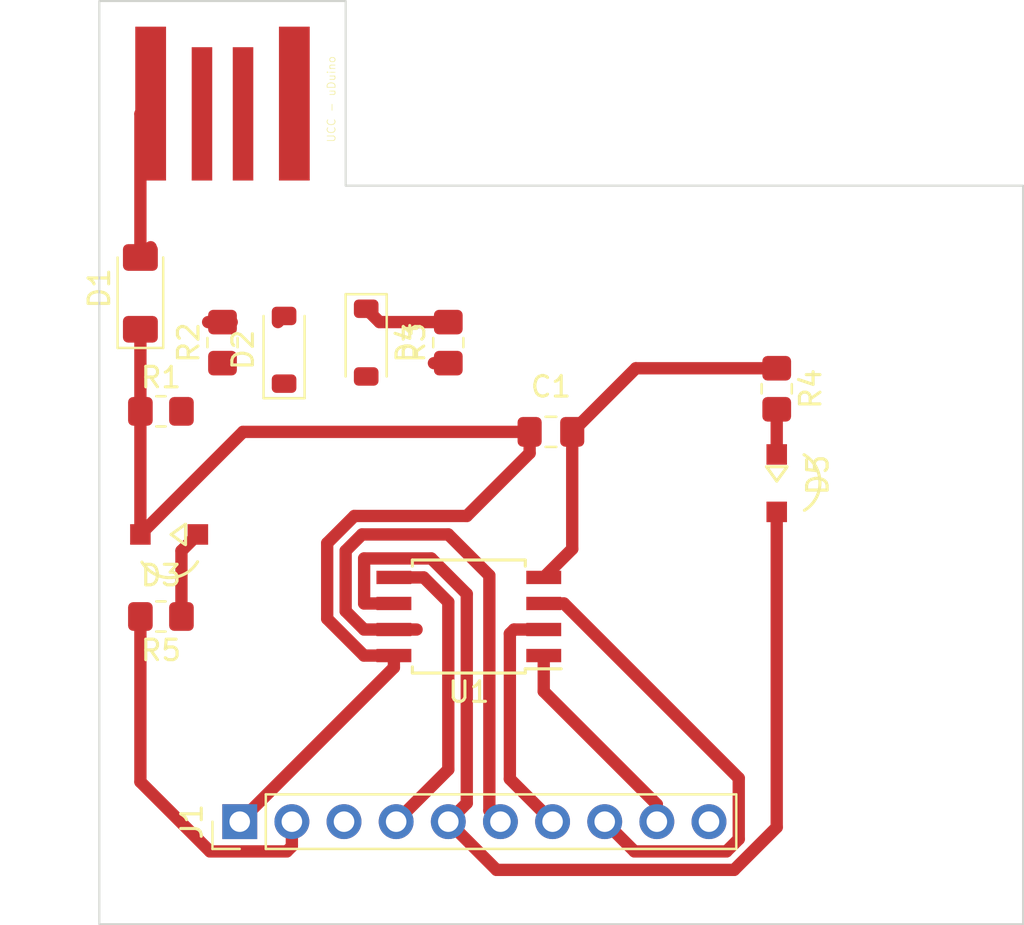
<source format=kicad_pcb>
(kicad_pcb (version 20240108) (generator "pcbnew") (generator_version "8.0")
  (layers (0 "F.Cu" signal) (31 "B.Cu" signal) (34 "B.Paste" user) (35 "F.Paste" user) (36 "B.SilkS" user "B.Silkscreen") (37 "F.SilkS" user "F.Silkscreen") (38 "B.Mask" user) (39 "F.Mask" user) (44 "Edge.Cuts" user))
  (net 0 "")
  (net 1 "GND")
  (net 2 "Net-(D1-A)")
  (net 3 "+5V")
  (net 4 "Net-(D2-K)")
  (net 5 "Net-(D3-K)")
  (net 6 "Net-(D4-K)")
  (net 7 "Net-(D5-A)")
  (net 8 "Net-(D5-K)")
  (net 9 "Net-(J1-Pin_4)")
  (net 10 "Net-(J1-Pin_7)")
  (net 12 "Net-(J1-Pin_6)")
  (net 13 "Net-(J1-Pin_9)")
  (net 14 "Net-(J1-Pin_8)")
  (footprint "Package_SO:SOIC-8W_5.3x5.3mm_P1.27mm" (layer "F.Cu") (at 196 121 180)
    (property "Reference" "U1" (at 0 -3.68 360) (layer "F.SilkS"))
    (property "Value" "ATtiny85-20S")
    (fp_line (start 2.75 2.755) (end 2.75 2.455) (stroke (width 0.15)) (layer "F.SilkS"))
    (fp_line (start 2.75 -2.755) (end 2.75 -2.455) (stroke (width 0.15)) (layer "F.SilkS"))
    (fp_line (start -2.75 2.755) (end 2.75 2.755) (stroke (width 0.15)) (layer "F.SilkS"))
    (fp_line (start -2.75 2.755) (end -2.75 2.455) (stroke (width 0.15)) (layer "F.SilkS"))
    (fp_line (start -2.75 -2.55) (end -4.5 -2.55) (stroke (width 0.15)) (layer "F.SilkS"))
    (fp_line (start -2.75 -2.755) (end 2.75 -2.755) (stroke (width 0.15)) (layer "F.SilkS"))
    (fp_line (start -2.75 -2.755) (end -2.75 -2.55) (stroke (width 0.15)) (layer "F.SilkS"))
    (pad "1" smd rect (at -3.65 -1.905 180) (size 1.7 0.65) (layers "F.Cu" "F.Paste" "F.Mask") (net 13 "Net-(J1-Pin_9)"))
    (pad "2" smd rect (at -3.65 -0.635 180) (size 1.7 0.65) (layers "F.Cu" "F.Paste" "F.Mask") (net 10 "Net-(J1-Pin_7)"))
    (pad "3" smd rect (at -3.65 0.635 180) (size 1.7 0.65) (layers "F.Cu" "F.Paste" "F.Mask") (net 14 "Net-(J1-Pin_8)"))
    (pad "4" smd rect (at -3.65 1.905 180) (size 1.7 0.65) (layers "F.Cu" "F.Paste" "F.Mask") (net 1 "GND"))
    (pad "5" smd rect (at 3.65 1.905 180) (size 1.7 0.65) (layers "F.Cu" "F.Paste" "F.Mask") (net 9 "Net-(J1-Pin_4)"))
    (pad "6" smd rect (at 3.65 0.635 180) (size 1.7 0.65) (layers "F.Cu" "F.Paste" "F.Mask") (net 7 "Net-(D5-A)"))
    (pad "7" smd rect (at 3.65 -0.635 180) (size 1.7 0.65) (layers "F.Cu" "F.Paste" "F.Mask") (net 12 "Net-(J1-Pin_6)"))
    (pad "8" smd rect (at 3.65 -1.905 180) (size 1.7 0.65) (layers "F.Cu" "F.Paste" "F.Mask") (net 3 "+5V"))
  )
  (footprint "ledSmd:ledSMD" (layer "F.Cu") (at 181 117 180)
    (property "Reference" "D3" (at 0 -2 360) (layer "F.SilkS"))
    (property "Value" "Led Red")
    (fp_line (start -0.5 0) (end -1.2 0.5) (stroke (width 0.15)) (layer "F.SilkS"))
    (fp_line (start -1.15 -0.475) (end -0.5 0) (stroke (width 0.15)) (layer "F.SilkS"))
    (fp_line (start -1.2 0.5) (end -1.2 -0.5) (stroke (width 0.15)) (layer "F.SilkS"))
    (fp_arc (start -1.786089 -1.331572) (mid -0.435753 -2.107089) (end 0.924999 -1.349999) (stroke (width 0.15)) (layer "F.SilkS"))
    (pad "1" smd rect (at -1.8 0 180) (size 1 1) (layers "F.Cu" "F.Paste" "F.Mask") (net 5 "Net-(D3-K)"))
    (pad "2" smd rect (at 1 0 180) (size 1 1) (layers "F.Cu" "F.Paste" "F.Mask") (net 3 "+5V"))
  )
  (footprint "Resistor_SMD:R_0805_2012Metric_Pad1.20x1.40mm_HandSolder" (layer "F.Cu") (at 195 107.65 90)
    (property "Reference" "R3" (at 0 -1.65 90) (layer "F.SilkS"))
    (property "Value" "68 Ohms 5% 1/8W")
    (fp_line (start -0.227064 -0.735) (end 0.227064 -0.735) (stroke (width 0.12)) (layer "F.SilkS"))
    (fp_line (start -0.227064 0.735) (end 0.227064 0.735) (stroke (width 0.12)) (layer "F.SilkS"))
    (pad "1" smd roundrect (at -1 0 90) (size 1.2 1.4) (layers "F.Cu" "F.Paste" "F.Mask") (roundrect_rratio 0.208333) (net 14 "Net-(J1-Pin_8)"))
    (pad "2" smd roundrect (at 1 0 90) (size 1.2 1.4) (layers "F.Cu" "F.Paste" "F.Mask") (roundrect_rratio 0.208333) (net 6 "Net-(D4-K)"))
  )
  (footprint "ledSmd:ledSMD" (layer "F.Cu") (at 211 114.9 -90)
    (property "Reference" "D5" (at -0.8 -2 90) (layer "F.SilkS"))
    (property "Value" "LED Green")
    (fp_line (start -1.2 0.5) (end -1.2 -0.5) (stroke (width 0.15)) (layer "F.SilkS"))
    (fp_line (start -0.5 0) (end -1.2 0.5) (stroke (width 0.15)) (layer "F.SilkS"))
    (fp_line (start -1.15 -0.475) (end -0.5 0) (stroke (width 0.15)) (layer "F.SilkS"))
    (fp_arc (start -1.786089 -1.331572) (mid -0.435753 -2.107089) (end 0.924999 -1.349999) (stroke (width 0.15)) (layer "F.SilkS"))
    (pad "1" smd rect (at -1.8 0 270) (size 1 1) (layers "F.Cu" "F.Paste" "F.Mask") (net 8 "Net-(D5-K)"))
    (pad "2" smd rect (at 1 0 270) (size 1 1) (layers "F.Cu" "F.Paste" "F.Mask") (net 7 "Net-(D5-A)"))
  )
  (footprint "embeddedPcbUsb:USB_A_UCC" (layer "F.Cu") (at 184 96.2 -90)
    (property "Reference" "J2" (hide yes))
    (property "Value" "Pcb USB Type A" (hide yes))
    (fp_text user "UCC - uDuino" (at -2.54 -5.08 90) (layer "F.SilkS") (effects (font (size 0.38608 0.38608) (thickness 0.032512)) (justify right top)))
    (pad "1" smd rect (at -0.2 3.5 270) (size 7.5 1.5) (layers "F.Cu" "F.Paste" "F.Mask") (net 2 "Net-(D1-A)"))
    (pad "2" smd rect (at 0.3 1 270) (size 6.5 1) (layers "F.Cu" "F.Paste" "F.Mask") (net 4 "Net-(D2-K)"))
    (pad "3" smd rect (at 0.3 -1 270) (size 6.5 1) (layers "F.Cu" "F.Paste" "F.Mask") (net 6 "Net-(D4-K)"))
    (pad "4" smd rect (at -0.2 -3.5 270) (size 7.5 1.5) (layers "F.Cu" "F.Paste" "F.Mask") (net 1 "GND"))
  )
  (footprint "Capacitor_SMD:C_0805_2012Metric_Pad1.18x1.45mm_HandSolder" (layer "F.Cu") (at 200 112)
    (property "Reference" "C1" (at 0 -2.2 360) (layer "F.SilkS"))
    (property "Value" "0.1 u")
    (fp_line (start -0.261252 -0.735) (end 0.261252 -0.735) (stroke (width 0.12)) (layer "F.SilkS"))
    (fp_line (start -0.261252 0.735) (end 0.261252 0.735) (stroke (width 0.12)) (layer "F.SilkS"))
    (pad "1" smd roundrect (at -1.0375 0) (size 1.175 1.45) (layers "F.Cu" "F.Paste" "F.Mask") (roundrect_rratio 0.212766) (net 3 "+5V"))
    (pad "2" smd roundrect (at 1.0375 0) (size 1.175 1.45) (layers "F.Cu" "F.Paste" "F.Mask") (roundrect_rratio 0.212766) (net 1 "GND"))
  )
  (footprint "Connector_PinHeader_2.54mm:PinHeader_1x10_P2.54mm_Vertical" (layer "F.Cu") (at 184.84 131 90)
    (property "Reference" "J1" (at 0 -2.33 90) (layer "F.SilkS"))
    (property "Value" "Header")
    (fp_line (start -1.33 -1.33) (end 0 -1.33) (stroke (width 0.12)) (layer "F.SilkS"))
    (fp_line (start -1.33 0) (end -1.33 -1.33) (stroke (width 0.12)) (layer "F.SilkS"))
    (fp_line (start 1.33 1.27) (end 1.33 24.19) (stroke (width 0.12)) (layer "F.SilkS"))
    (fp_line (start -1.33 1.27) (end 1.33 1.27) (stroke (width 0.12)) (layer "F.SilkS"))
    (fp_line (start -1.33 1.27) (end -1.33 24.19) (stroke (width 0.12)) (layer "F.SilkS"))
    (fp_line (start -1.33 24.19) (end 1.33 24.19) (stroke (width 0.12)) (layer "F.SilkS"))
    (pad "1" thru_hole rect (at 0 0 90) (size 1.7 1.7) (drill 1) (layers "*.Cu" "*.Mask") (net 3 "+5V"))
    (pad "2" thru_hole oval (at 0 2.54 90) (size 1.7 1.7) (drill 1) (layers "*.Cu" "*.Mask") (net 1 "GND"))
    (pad "3" thru_hole oval (at 0 5.08 90) (size 1.7 1.7) (drill 1) (layers "*.Cu" "*.Mask"))
    (pad "4" thru_hole oval (at 0 7.62 90) (size 1.7 1.7) (drill 1) (layers "*.Cu" "*.Mask") (net 9 "Net-(J1-Pin_4)"))
    (pad "5" thru_hole oval (at 0 10.16 90) (size 1.7 1.7) (drill 1) (layers "*.Cu" "*.Mask") (net 7 "Net-(D5-A)"))
    (pad "6" thru_hole oval (at 0 12.7 90) (size 1.7 1.7) (drill 1) (layers "*.Cu" "*.Mask") (net 12 "Net-(J1-Pin_6)"))
    (pad "7" thru_hole oval (at 0 15.24 90) (size 1.7 1.7) (drill 1) (layers "*.Cu" "*.Mask") (net 10 "Net-(J1-Pin_7)"))
    (pad "8" thru_hole oval (at 0 17.78 90) (size 1.7 1.7) (drill 1) (layers "*.Cu" "*.Mask") (net 14 "Net-(J1-Pin_8)"))
    (pad "9" thru_hole oval (at 0 20.32 90) (size 1.7 1.7) (drill 1) (layers "*.Cu" "*.Mask") (net 13 "Net-(J1-Pin_9)"))
    (pad "10" thru_hole oval (at 0 22.86 90) (size 1.7 1.7) (drill 1) (layers "*.Cu" "*.Mask"))
  )
  (footprint "Resistor_SMD:R_0805_2012Metric_Pad1.20x1.40mm_HandSolder" (layer "F.Cu") (at 211 109.9 -90)
    (property "Reference" "R4" (at 0 -1.65 90) (layer "F.SilkS"))
    (property "Value" "330 Ohms 5% 1/8W")
    (fp_line (start -0.227064 0.735) (end 0.227064 0.735) (stroke (width 0.12)) (layer "F.SilkS"))
    (fp_line (start -0.227064 -0.735) (end 0.227064 -0.735) (stroke (width 0.12)) (layer "F.SilkS"))
    (pad "1" smd roundrect (at -1 0 270) (size 1.2 1.4) (layers "F.Cu" "F.Paste" "F.Mask") (roundrect_rratio 0.208333) (net 1 "GND"))
    (pad "2" smd roundrect (at 1 0 270) (size 1.2 1.4) (layers "F.Cu" "F.Paste" "F.Mask") (roundrect_rratio 0.208333) (net 8 "Net-(D5-K)"))
  )
  (footprint "Diode_SMD:D_MiniMELF" (layer "F.Cu") (at 180 105.25 90)
    (property "Reference" "D1" (at 0.25 -2 90) (layer "F.SilkS"))
    (property "Value" "PMLL4148L")
    (fp_line (start 1.75 -1.11) (end -2.66 -1.11) (stroke (width 0.12)) (layer "F.SilkS"))
    (fp_line (start -2.66 -1.11) (end -2.66 1.11) (stroke (width 0.12)) (layer "F.SilkS"))
    (fp_line (start -2.66 1.11) (end 1.75 1.11) (stroke (width 0.12)) (layer "F.SilkS"))
    (pad "1" smd roundrect (at -1.75 0 90) (size 1.3 1.7) (layers "F.Cu" "F.Paste" "F.Mask") (roundrect_rratio 0.1923076923) (net 3 "+5V"))
    (pad "2" smd roundrect (at 1.75 0 90) (size 1.3 1.7) (layers "F.Cu" "F.Paste" "F.Mask") (roundrect_rratio 0.1923076923) (net 2 "Net-(D1-A)"))
  )
  (footprint "Resistor_SMD:R_0805_2012Metric_Pad1.20x1.40mm_HandSolder" (layer "F.Cu") (at 181 121 180)
    (property "Reference" "R5" (at 0 -1.65 360) (layer "F.SilkS"))
    (property "Value" "330 Ohms 5% 1/8W")
    (fp_line (start -0.227064 0.735) (end 0.227064 0.735) (stroke (width 0.12)) (layer "F.SilkS"))
    (fp_line (start -0.227064 -0.735) (end 0.227064 -0.735) (stroke (width 0.12)) (layer "F.SilkS"))
    (pad "1" smd roundrect (at -1 0 180) (size 1.2 1.4) (layers "F.Cu" "F.Paste" "F.Mask") (roundrect_rratio 0.208333) (net 5 "Net-(D3-K)"))
    (pad "2" smd roundrect (at 1 0 180) (size 1.2 1.4) (layers "F.Cu" "F.Paste" "F.Mask") (roundrect_rratio 0.208333) (net 1 "GND"))
  )
  (footprint "Diode_SMD:D_SOD-123" (layer "F.Cu") (at 187 108 90)
    (property "Reference" "D2" (at 0 -2 90) (layer "F.SilkS"))
    (property "Value" "3.6V 1/2mW")
    (fp_line (start -2.36 -1) (end 1.65 -1) (stroke (width 0.12)) (layer "F.SilkS"))
    (fp_line (start -2.36 -1) (end -2.36 1) (stroke (width 0.12)) (layer "F.SilkS"))
    (fp_line (start -2.36 1) (end 1.65 1) (stroke (width 0.12)) (layer "F.SilkS"))
    (pad "1" smd roundrect (at -1.65 0 90) (size 0.9 1.2) (layers "F.Cu" "F.Paste" "F.Mask") (net 4 "Net-(D2-K)"))
    (pad "2" smd roundrect (at 1.65 0 90) (size 0.9 1.2) (layers "F.Cu" "F.Paste" "F.Mask") (net 1 "GND"))
  )
  (footprint "Resistor_SMD:R_0805_2012Metric_Pad1.20x1.40mm_HandSolder" (layer "F.Cu") (at 181 111)
    (property "Reference" "R1" (at 0 -1.65 360) (layer "F.SilkS"))
    (property "Value" "1.5 Ohms 5% 1/8w")
    (fp_line (start -0.227064 -0.735) (end 0.227064 -0.735) (stroke (width 0.12)) (layer "F.SilkS"))
    (fp_line (start -0.227064 0.735) (end 0.227064 0.735) (stroke (width 0.12)) (layer "F.SilkS"))
    (pad "1" smd roundrect (at -1 0) (size 1.2 1.4) (layers "F.Cu" "F.Paste" "F.Mask") (roundrect_rratio 0.208333) (net 3 "+5V"))
    (pad "2" smd roundrect (at 1 0) (size 1.2 1.4) (layers "F.Cu" "F.Paste" "F.Mask") (roundrect_rratio 0.208333) (net 4 "Net-(D2-K)"))
  )
  (footprint "Resistor_SMD:R_0805_2012Metric_Pad1.20x1.40mm_HandSolder" (layer "F.Cu") (at 184 107.65 90)
    (property "Reference" "R2" (at 0 -1.65 90) (layer "F.SilkS"))
    (property "Value" "68 Ohms 5% 1/8W")
    (fp_line (start -0.227064 -0.735) (end 0.227064 -0.735) (stroke (width 0.12)) (layer "F.SilkS"))
    (fp_line (start -0.227064 0.735) (end 0.227064 0.735) (stroke (width 0.12)) (layer "F.SilkS"))
    (pad "1" smd roundrect (at -1 0 90) (size 1.2 1.4) (layers "F.Cu" "F.Paste" "F.Mask") (roundrect_rratio 0.208333) (net 10 "Net-(J1-Pin_7)"))
    (pad "2" smd roundrect (at 1 0 90) (size 1.2 1.4) (layers "F.Cu" "F.Paste" "F.Mask") (roundrect_rratio 0.208333) (net 4 "Net-(D2-K)"))
  )
  (footprint "Diode_SMD:D_SOD-123" (layer "F.Cu") (at 191 107.65 -90)
    (property "Reference" "D4" (at 0 -2 90) (layer "F.SilkS"))
    (property "Value" "3.6V 1/2mW")
    (fp_line (start -2.36 1) (end 1.65 1) (stroke (width 0.12)) (layer "F.SilkS"))
    (fp_line (start -2.36 -1) (end -2.36 1) (stroke (width 0.12)) (layer "F.SilkS"))
    (fp_line (start -2.36 -1) (end 1.65 -1) (stroke (width 0.12)) (layer "F.SilkS"))
    (pad "1" smd roundrect (at -1.65 0 270) (size 0.9 1.2) (layers "F.Cu" "F.Paste" "F.Mask") (net 6 "Net-(D4-K)"))
    (pad "2" smd roundrect (at 1.65 0 270) (size 0.9 1.2) (layers "F.Cu" "F.Paste" "F.Mask") (net 1 "GND"))
  )
  (gr_poly (pts (xy 190 100) (xy 190 91) (xy 178 91) (xy 178 136) (xy 223 136) (xy 223 100)) (stroke (width 0.1)) (fill none) (layer "Edge.Cuts"))
  (segment (start 201.0375 112) (end 201.0375 117.7075) (width 0.6) (layer "F.Cu") (net 1))
  (segment (start 187.38 132.202081) (end 187.38 131) (width 0.6) (layer "F.Cu") (net 1))
  (segment (start 201.0375 117.7075) (end 199.65 119.095) (width 0.6) (layer "F.Cu") (net 1))
  (segment (start 183.39 132.45) (end 187.132081 132.45) (width 0.6) (layer "F.Cu") (net 1))
  (segment (start 180 121) (end 180 129.06) (width 0.6) (layer "F.Cu") (net 1))
  (segment (start 180 129.06) (end 183.39 132.45) (width 0.6) (layer "F.Cu") (net 1))
  (segment (start 204.1375 108.9) (end 201.0375 112) (width 0.6) (layer "F.Cu") (net 1))
  (segment (start 211 108.9) (end 204.1375 108.9) (width 0.6) (layer "F.Cu") (net 1))
  (segment (start 187.132081 132.45) (end 187.38 132.202081) (width 0.6) (layer "F.Cu") (net 1))
  (segment (start 186.7 106.65) (end 187 106.35) (width 0.6) (layer "F.Cu") (net 1))
  (segment (start 180.5 103) (end 180 103.5) (width 0.6) (layer "F.Cu") (net 2))
  (segment (start 180 96.5) (end 180.5 96) (width 0.6) (layer "F.Cu") (net 2))
  (segment (start 180 103.5) (end 180 96.5) (width 0.6) (layer "F.Cu") (net 2))
  (segment (start 192.35 122.905) (end 192.35 123.49) (width 0.6) (layer "F.Cu") (net 3))
  (segment (start 180 117.2) (end 180 111) (width 0.6) (layer "F.Cu") (net 3))
  (segment (start 189.1 117.424416) (end 190.424416 116.1) (width 0.6) (layer "F.Cu") (net 3))
  (segment (start 180 107) (end 180 111) (width 0.6) (layer "F.Cu") (net 3))
  (segment (start 180 117) (end 185 112) (width 0.6) (layer "F.Cu") (net 3))
  (segment (start 190.894416 122.905) (end 189.1 121.110584) (width 0.6) (layer "F.Cu") (net 3))
  (segment (start 192.35 122.905) (end 190.894416 122.905) (width 0.6) (layer "F.Cu") (net 3))
  (segment (start 192.35 123.49) (end 184.84 131) (width 0.6) (layer "F.Cu") (net 3))
  (segment (start 190.424416 116.1) (end 195.9 116.1) (width 0.6) (layer "F.Cu") (net 3))
  (segment (start 198.9625 113.0375) (end 198.9625 112) (width 0.6) (layer "F.Cu") (net 3))
  (segment (start 195.9 116.1) (end 198.9625 113.0375) (width 0.6) (layer "F.Cu") (net 3))
  (segment (start 180 117) (end 180.00901 117) (width 0.6) (layer "F.Cu") (net 3))
  (segment (start 185 112) (end 198.9625 112) (width 0.6) (layer "F.Cu") (net 3))
  (segment (start 189.1 121.110584) (end 189.1 117.424416) (width 0.6) (layer "F.Cu") (net 3))
  (segment (start 183.3 106.65) (end 184 106.65) (width 0.6) (layer "F.Cu") (net 4))
  (segment (start 183.99099 106.65) (end 184.45 106.65) (width 0.6) (layer "F.Cu") (net 4))
  (segment (start 184 106.65) (end 183.99099 106.65) (width 0.6) (layer "F.Cu") (net 4))
  (segment (start 182 121) (end 182 117.8) (width 0.6) (layer "F.Cu") (net 5))
  (segment (start 182 117.8) (end 182.8 117) (width 0.6) (layer "F.Cu") (net 5))
  (segment (start 191.65 106.65) (end 191 106) (width 0.6) (layer "F.Cu") (net 6))
  (segment (start 195 106.65) (end 191.65 106.65) (width 0.6) (layer "F.Cu") (net 6))
  (segment (start 190.9 118.17) (end 194.17 118.17) (width 0.6) (layer "F.Cu") (net 7))
  (segment (start 192.35 120.365) (end 190.9 120.365) (width 0.6) (layer "F.Cu") (net 7))
  (segment (start 211 115.9) (end 211 131.272792) (width 0.6) (layer "F.Cu") (net 7))
  (segment (start 195.9 130.1) (end 195 131) (width 0.6) (layer "F.Cu") (net 7))
  (segment (start 197.35 133.35) (end 195 131) (width 0.6) (layer "F.Cu") (net 7))
  (segment (start 208.922792 133.35) (end 197.35 133.35) (width 0.6) (layer "F.Cu") (net 7))
  (segment (start 211 131.272792) (end 208.922792 133.35) (width 0.6) (layer "F.Cu") (net 7))
  (segment (start 190.9 120.365) (end 190.9 118.17) (width 0.6) (layer "F.Cu") (net 7))
  (segment (start 194.17 118.17) (end 195.9 119.9) (width 0.6) (layer "F.Cu") (net 7))
  (segment (start 195.9 119.9) (end 195.9 130.1) (width 0.6) (layer "F.Cu") (net 7))
  (segment (start 211 113.1) (end 211 110.9) (width 0.6) (layer "F.Cu") (net 8))
  (segment (start 192.35 119.095) (end 193.8 119.095) (width 0.6) (layer "F.Cu") (net 9))
  (segment (start 195 120.295) (end 195 128.46) (width 0.6) (layer "F.Cu") (net 9))
  (segment (start 195 128.46) (end 192.46 131) (width 0.6) (layer "F.Cu") (net 9))
  (segment (start 193.8 119.095) (end 195 120.295) (width 0.6) (layer "F.Cu") (net 9))
  (segment (start 198 128.92) (end 200.08 131) (width 0.6) (layer "F.Cu") (net 10))
  (segment (start 199.65 121.635) (end 198.2 121.635) (width 0.6) (layer "F.Cu") (net 10))
  (segment (start 198.2 121.635) (end 198 121.835) (width 0.6) (layer "F.Cu") (net 10))
  (segment (start 198 121.835) (end 198 128.92) (width 0.6) (layer "F.Cu") (net 10))
  (segment (start 193.455 121.635) (end 192.35 121.635) (width 0.6) (layer "F.Cu") (net 12))
  (segment (start 190.897208 121.635) (end 190 120.737792) (width 0.6) (layer "F.Cu") (net 12))
  (segment (start 192.35 121.635) (end 190.897208 121.635) (width 0.6) (layer "F.Cu") (net 12))
  (segment (start 195 117) (end 197 119) (width 0.6) (layer "F.Cu") (net 12))
  (segment (start 190.797208 117) (end 195 117) (width 0.6) (layer "F.Cu") (net 12))
  (segment (start 197 130.46) (end 197.54 131) (width 0.6) (layer "F.Cu") (net 12))
  (segment (start 197 119) (end 197 130.46) (width 0.6) (layer "F.Cu") (net 12))
  (segment (start 190 120.737792) (end 190 117.797208) (width 0.6) (layer "F.Cu") (net 12))
  (segment (start 190 117.797208) (end 190.797208 117) (width 0.6) (layer "F.Cu") (net 12))
  (segment (start 205.16 131) (end 205.16 130.16) (width 0.6) (layer "F.Cu") (net 13))
  (segment (start 205.16 130.16) (end 199.65 124.65) (width 0.6) (layer "F.Cu") (net 13))
  (segment (start 199.65 124.65) (end 199.65 122.905) (width 0.6) (layer "F.Cu") (net 13))
  (segment (start 204.07 132.45) (end 202.62 131) (width 0.6) (layer "F.Cu") (net 14))
  (segment (start 208.55 132.45) (end 204.07 132.45) (width 0.6) (layer "F.Cu") (net 14))
  (segment (start 199.65 120.365) (end 200.635 120.365) (width 0.6) (layer "F.Cu") (net 14))
  (segment (start 195 108.65) (end 194.3 108.65) (width 0.6) (layer "F.Cu") (net 14))
  (segment (start 200.635 120.365) (end 209.15 128.88) (width 0.6) (layer "F.Cu") (net 14))
  (segment (start 209.15 131.85) (end 208.55 132.45) (width 0.6) (layer "F.Cu") (net 14))
  (segment (start 209.15 128.88) (end 209.15 131.85) (width 0.6) (layer "F.Cu") (net 14))
)
</source>
